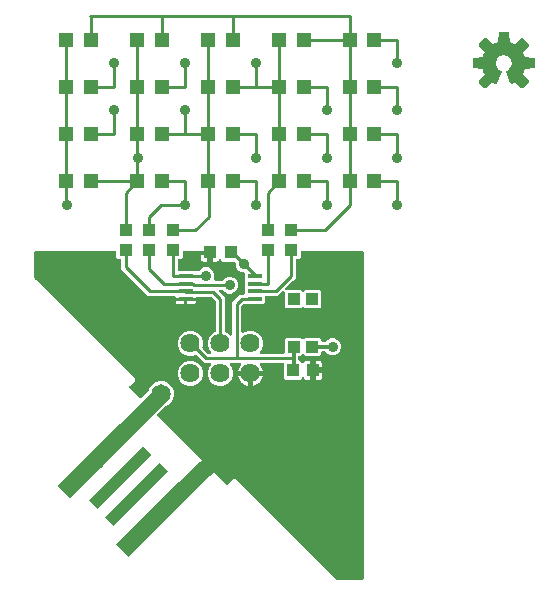
<source format=gbr>
G04 EAGLE Gerber RS-274X export*
G75*
%MOMM*%
%FSLAX34Y34*%
%LPD*%
%INTop Copper*%
%IPPOS*%
%AMOC8*
5,1,8,0,0,1.08239X$1,22.5*%
G01*
%ADD10R,1.050000X1.080000*%
%ADD11R,1.200000X0.350000*%
%ADD12R,1.000000X1.000000*%
%ADD13R,1.000000X1.100000*%
%ADD14C,1.625600*%
%ADD15R,7.500000X1.500000*%
%ADD16R,6.500000X1.000000*%
%ADD17R,1.200000X1.200000*%
%ADD18R,1.100000X1.000000*%
%ADD19C,0.254000*%
%ADD20C,0.304800*%
%ADD21C,0.904800*%
%ADD22C,1.422400*%
%ADD23C,1.650000*%

G36*
X280118Y2556D02*
X280118Y2556D01*
X280237Y2563D01*
X280275Y2576D01*
X280316Y2581D01*
X280426Y2624D01*
X280539Y2661D01*
X280574Y2683D01*
X280611Y2698D01*
X280707Y2767D01*
X280808Y2831D01*
X280836Y2861D01*
X280869Y2884D01*
X280945Y2976D01*
X281026Y3063D01*
X281046Y3098D01*
X281071Y3129D01*
X281122Y3237D01*
X281180Y3341D01*
X281190Y3381D01*
X281207Y3417D01*
X281229Y3534D01*
X281259Y3649D01*
X281263Y3709D01*
X281267Y3729D01*
X281265Y3750D01*
X281269Y3810D01*
X281269Y280000D01*
X281254Y280118D01*
X281247Y280237D01*
X281234Y280275D01*
X281229Y280316D01*
X281186Y280426D01*
X281149Y280539D01*
X281127Y280574D01*
X281112Y280611D01*
X281043Y280707D01*
X280979Y280808D01*
X280949Y280836D01*
X280926Y280869D01*
X280834Y280945D01*
X280747Y281026D01*
X280712Y281046D01*
X280681Y281071D01*
X280573Y281122D01*
X280469Y281180D01*
X280429Y281190D01*
X280393Y281207D01*
X280276Y281229D01*
X280161Y281259D01*
X280101Y281263D01*
X280081Y281267D01*
X280060Y281265D01*
X280000Y281269D01*
X229310Y281269D01*
X229192Y281254D01*
X229073Y281247D01*
X229035Y281234D01*
X228994Y281229D01*
X228884Y281186D01*
X228771Y281149D01*
X228736Y281127D01*
X228699Y281112D01*
X228603Y281043D01*
X228502Y280979D01*
X228474Y280949D01*
X228441Y280926D01*
X228365Y280834D01*
X228284Y280747D01*
X228264Y280712D01*
X228239Y280681D01*
X228188Y280573D01*
X228130Y280469D01*
X228120Y280429D01*
X228103Y280393D01*
X228081Y280276D01*
X228051Y280161D01*
X228047Y280101D01*
X228043Y280081D01*
X228045Y280060D01*
X228041Y280000D01*
X228041Y275448D01*
X226552Y273959D01*
X225080Y273959D01*
X224962Y273944D01*
X224843Y273937D01*
X224805Y273924D01*
X224764Y273919D01*
X224654Y273876D01*
X224541Y273839D01*
X224506Y273817D01*
X224469Y273802D01*
X224373Y273733D01*
X224272Y273669D01*
X224244Y273639D01*
X224211Y273616D01*
X224135Y273524D01*
X224054Y273437D01*
X224034Y273402D01*
X224009Y273371D01*
X223958Y273263D01*
X223900Y273159D01*
X223890Y273119D01*
X223873Y273083D01*
X223851Y272966D01*
X223821Y272851D01*
X223817Y272791D01*
X223813Y272771D01*
X223815Y272750D01*
X223811Y272690D01*
X223811Y258422D01*
X221207Y255818D01*
X215097Y249707D01*
X215011Y249598D01*
X214923Y249491D01*
X214914Y249472D01*
X214902Y249456D01*
X214846Y249328D01*
X214787Y249203D01*
X214783Y249183D01*
X214775Y249164D01*
X214753Y249026D01*
X214727Y248890D01*
X214729Y248870D01*
X214726Y248850D01*
X214739Y248711D01*
X214747Y248573D01*
X214753Y248554D01*
X214755Y248534D01*
X214803Y248402D01*
X214845Y248271D01*
X214856Y248253D01*
X214863Y248234D01*
X214941Y248119D01*
X215015Y248002D01*
X215030Y247988D01*
X215042Y247971D01*
X215146Y247879D01*
X215247Y247784D01*
X215265Y247774D01*
X215280Y247761D01*
X215404Y247697D01*
X215526Y247630D01*
X215545Y247625D01*
X215563Y247616D01*
X215699Y247586D01*
X215833Y247551D01*
X215862Y247549D01*
X215873Y247546D01*
X215894Y247547D01*
X215994Y247541D01*
X228052Y247541D01*
X229102Y246491D01*
X229197Y246418D01*
X229286Y246339D01*
X229322Y246320D01*
X229354Y246296D01*
X229463Y246248D01*
X229569Y246194D01*
X229608Y246185D01*
X229646Y246169D01*
X229763Y246151D01*
X229879Y246125D01*
X229920Y246126D01*
X229960Y246120D01*
X230078Y246131D01*
X230197Y246134D01*
X230236Y246146D01*
X230276Y246149D01*
X230389Y246190D01*
X230503Y246223D01*
X230537Y246243D01*
X230576Y246257D01*
X230674Y246324D01*
X230777Y246384D01*
X230822Y246424D01*
X230839Y246436D01*
X230852Y246451D01*
X230897Y246491D01*
X231948Y247541D01*
X244052Y247541D01*
X245541Y246052D01*
X245541Y233948D01*
X244052Y232459D01*
X231948Y232459D01*
X230897Y233509D01*
X230803Y233582D01*
X230714Y233661D01*
X230678Y233679D01*
X230646Y233704D01*
X230537Y233752D01*
X230431Y233806D01*
X230392Y233815D01*
X230354Y233831D01*
X230237Y233849D01*
X230121Y233875D01*
X230080Y233874D01*
X230040Y233880D01*
X229922Y233869D01*
X229803Y233866D01*
X229764Y233854D01*
X229724Y233851D01*
X229612Y233810D01*
X229497Y233777D01*
X229462Y233757D01*
X229424Y233743D01*
X229326Y233676D01*
X229223Y233616D01*
X229178Y233576D01*
X229161Y233564D01*
X229148Y233549D01*
X229102Y233509D01*
X228052Y232459D01*
X215948Y232459D01*
X214459Y233948D01*
X214459Y246006D01*
X214442Y246143D01*
X214429Y246282D01*
X214422Y246301D01*
X214419Y246321D01*
X214368Y246450D01*
X214321Y246581D01*
X214310Y246598D01*
X214302Y246617D01*
X214221Y246730D01*
X214143Y246845D01*
X214127Y246858D01*
X214116Y246874D01*
X214008Y246963D01*
X213904Y247055D01*
X213886Y247064D01*
X213871Y247077D01*
X213745Y247136D01*
X213621Y247200D01*
X213601Y247204D01*
X213583Y247213D01*
X213447Y247239D01*
X213311Y247269D01*
X213290Y247269D01*
X213271Y247273D01*
X213132Y247264D01*
X212993Y247260D01*
X212973Y247254D01*
X212953Y247253D01*
X212821Y247210D01*
X212687Y247171D01*
X212670Y247161D01*
X212651Y247155D01*
X212533Y247080D01*
X212413Y247010D01*
X212392Y246991D01*
X212382Y246985D01*
X212368Y246970D01*
X212293Y246903D01*
X208328Y242939D01*
X199060Y242939D01*
X198942Y242924D01*
X198823Y242917D01*
X198785Y242904D01*
X198744Y242899D01*
X198634Y242856D01*
X198521Y242819D01*
X198486Y242797D01*
X198449Y242782D01*
X198353Y242713D01*
X198252Y242649D01*
X198224Y242619D01*
X198191Y242596D01*
X198115Y242504D01*
X198034Y242417D01*
X198014Y242382D01*
X197989Y242351D01*
X197938Y242243D01*
X197880Y242139D01*
X197870Y242099D01*
X197853Y242063D01*
X197831Y241946D01*
X197801Y241831D01*
X197797Y241771D01*
X197793Y241751D01*
X197795Y241730D01*
X197791Y241670D01*
X197791Y237448D01*
X196302Y235959D01*
X182165Y235959D01*
X182136Y235975D01*
X182088Y236012D01*
X181997Y236052D01*
X181910Y236100D01*
X181852Y236115D01*
X181796Y236139D01*
X181698Y236154D01*
X181603Y236179D01*
X181502Y236185D01*
X181482Y236189D01*
X181470Y236187D01*
X181442Y236189D01*
X180104Y236189D01*
X180006Y236177D01*
X179907Y236174D01*
X179849Y236157D01*
X179789Y236149D01*
X179697Y236113D01*
X179601Y236085D01*
X179549Y236055D01*
X179493Y236032D01*
X179413Y235974D01*
X179328Y235924D01*
X179252Y235858D01*
X179236Y235846D01*
X179228Y235836D01*
X179207Y235818D01*
X178182Y234793D01*
X178122Y234715D01*
X178054Y234643D01*
X178025Y234590D01*
X177988Y234542D01*
X177948Y234451D01*
X177900Y234364D01*
X177885Y234306D01*
X177861Y234250D01*
X177846Y234152D01*
X177821Y234056D01*
X177815Y233956D01*
X177811Y233936D01*
X177813Y233924D01*
X177811Y233896D01*
X177811Y213004D01*
X177817Y212954D01*
X177815Y212905D01*
X177837Y212797D01*
X177851Y212688D01*
X177869Y212642D01*
X177879Y212593D01*
X177927Y212495D01*
X177968Y212393D01*
X177997Y212352D01*
X178019Y212308D01*
X178090Y212224D01*
X178154Y212135D01*
X178193Y212103D01*
X178225Y212066D01*
X178315Y212002D01*
X178399Y211932D01*
X178444Y211911D01*
X178485Y211883D01*
X178588Y211844D01*
X178687Y211797D01*
X178736Y211788D01*
X178782Y211770D01*
X178892Y211758D01*
X178999Y211737D01*
X179049Y211740D01*
X179098Y211735D01*
X179207Y211750D01*
X179317Y211757D01*
X179364Y211772D01*
X179413Y211779D01*
X179566Y211831D01*
X183278Y213369D01*
X187522Y213369D01*
X191443Y211745D01*
X194445Y208743D01*
X196069Y204822D01*
X196069Y200578D01*
X194445Y196657D01*
X193765Y195977D01*
X193680Y195868D01*
X193591Y195761D01*
X193583Y195742D01*
X193570Y195726D01*
X193515Y195598D01*
X193456Y195473D01*
X193452Y195453D01*
X193444Y195434D01*
X193422Y195296D01*
X193396Y195160D01*
X193397Y195140D01*
X193394Y195120D01*
X193407Y194981D01*
X193416Y194843D01*
X193422Y194824D01*
X193424Y194804D01*
X193471Y194672D01*
X193514Y194541D01*
X193525Y194523D01*
X193532Y194504D01*
X193610Y194390D01*
X193684Y194272D01*
X193699Y194258D01*
X193710Y194241D01*
X193814Y194149D01*
X193916Y194054D01*
X193933Y194044D01*
X193949Y194031D01*
X194072Y193968D01*
X194194Y193900D01*
X194214Y193895D01*
X194232Y193886D01*
X194368Y193856D01*
X194502Y193821D01*
X194530Y193819D01*
X194542Y193816D01*
X194563Y193817D01*
X194663Y193811D01*
X213190Y193811D01*
X213308Y193826D01*
X213427Y193833D01*
X213465Y193846D01*
X213506Y193851D01*
X213616Y193894D01*
X213729Y193931D01*
X213764Y193953D01*
X213801Y193968D01*
X213897Y194037D01*
X213998Y194101D01*
X214026Y194131D01*
X214059Y194154D01*
X214135Y194246D01*
X214216Y194333D01*
X214236Y194368D01*
X214261Y194399D01*
X214312Y194507D01*
X214370Y194611D01*
X214380Y194651D01*
X214397Y194687D01*
X214419Y194804D01*
X214449Y194919D01*
X214453Y194979D01*
X214457Y194999D01*
X214455Y195020D01*
X214459Y195080D01*
X214459Y206052D01*
X215948Y207541D01*
X228052Y207541D01*
X229103Y206491D01*
X229197Y206418D01*
X229286Y206339D01*
X229322Y206321D01*
X229354Y206296D01*
X229463Y206248D01*
X229569Y206194D01*
X229608Y206185D01*
X229646Y206169D01*
X229763Y206151D01*
X229879Y206125D01*
X229920Y206126D01*
X229960Y206120D01*
X230078Y206131D01*
X230197Y206134D01*
X230236Y206146D01*
X230276Y206149D01*
X230388Y206190D01*
X230503Y206223D01*
X230538Y206243D01*
X230576Y206257D01*
X230674Y206324D01*
X230777Y206384D01*
X230822Y206424D01*
X230839Y206436D01*
X230852Y206451D01*
X230898Y206491D01*
X231948Y207541D01*
X244052Y207541D01*
X245541Y206052D01*
X245541Y205334D01*
X245556Y205216D01*
X245563Y205097D01*
X245576Y205059D01*
X245581Y205018D01*
X245624Y204908D01*
X245661Y204795D01*
X245683Y204760D01*
X245698Y204723D01*
X245767Y204627D01*
X245831Y204526D01*
X245861Y204498D01*
X245884Y204465D01*
X245976Y204389D01*
X246063Y204308D01*
X246098Y204288D01*
X246129Y204263D01*
X246237Y204212D01*
X246341Y204154D01*
X246381Y204144D01*
X246417Y204127D01*
X246534Y204105D01*
X246649Y204075D01*
X246709Y204071D01*
X246729Y204067D01*
X246750Y204069D01*
X246810Y204065D01*
X248548Y204065D01*
X248646Y204077D01*
X248745Y204080D01*
X248803Y204097D01*
X248863Y204105D01*
X248956Y204141D01*
X249051Y204169D01*
X249103Y204199D01*
X249159Y204222D01*
X249239Y204280D01*
X249325Y204330D01*
X249400Y204396D01*
X249417Y204408D01*
X249424Y204418D01*
X249445Y204436D01*
X250998Y205989D01*
X253595Y207065D01*
X256405Y207065D01*
X259002Y205989D01*
X260989Y204002D01*
X262065Y201405D01*
X262065Y198595D01*
X260989Y195998D01*
X259002Y194011D01*
X256405Y192935D01*
X253595Y192935D01*
X250998Y194011D01*
X249445Y195564D01*
X249367Y195624D01*
X249295Y195692D01*
X249242Y195721D01*
X249194Y195758D01*
X249103Y195798D01*
X249017Y195846D01*
X248958Y195861D01*
X248902Y195885D01*
X248804Y195900D01*
X248709Y195925D01*
X248609Y195931D01*
X248588Y195935D01*
X248576Y195933D01*
X248548Y195935D01*
X246810Y195935D01*
X246692Y195920D01*
X246573Y195913D01*
X246535Y195900D01*
X246494Y195895D01*
X246384Y195852D01*
X246271Y195815D01*
X246236Y195793D01*
X246199Y195778D01*
X246103Y195709D01*
X246002Y195645D01*
X245974Y195615D01*
X245941Y195592D01*
X245865Y195500D01*
X245784Y195413D01*
X245764Y195378D01*
X245739Y195347D01*
X245688Y195239D01*
X245630Y195135D01*
X245620Y195095D01*
X245603Y195059D01*
X245581Y194942D01*
X245551Y194827D01*
X245547Y194767D01*
X245543Y194747D01*
X245545Y194726D01*
X245541Y194666D01*
X245541Y193948D01*
X244052Y192459D01*
X231948Y192459D01*
X230898Y193509D01*
X230803Y193582D01*
X230714Y193661D01*
X230678Y193680D01*
X230646Y193704D01*
X230537Y193752D01*
X230431Y193806D01*
X230392Y193815D01*
X230354Y193831D01*
X230237Y193849D01*
X230121Y193875D01*
X230080Y193874D01*
X230040Y193880D01*
X229922Y193869D01*
X229803Y193866D01*
X229764Y193854D01*
X229724Y193851D01*
X229611Y193810D01*
X229497Y193777D01*
X229463Y193757D01*
X229424Y193743D01*
X229326Y193676D01*
X229223Y193616D01*
X229178Y193576D01*
X229161Y193564D01*
X229148Y193549D01*
X229103Y193509D01*
X228052Y192459D01*
X227334Y192459D01*
X227216Y192444D01*
X227097Y192437D01*
X227059Y192424D01*
X227018Y192419D01*
X226908Y192376D01*
X226795Y192339D01*
X226760Y192317D01*
X226723Y192302D01*
X226627Y192233D01*
X226526Y192169D01*
X226498Y192139D01*
X226465Y192116D01*
X226389Y192024D01*
X226308Y191937D01*
X226288Y191902D01*
X226263Y191871D01*
X226212Y191763D01*
X226154Y191659D01*
X226144Y191619D01*
X226127Y191583D01*
X226105Y191466D01*
X226075Y191351D01*
X226071Y191291D01*
X226067Y191271D01*
X226069Y191250D01*
X226065Y191190D01*
X226065Y189310D01*
X226080Y189192D01*
X226087Y189073D01*
X226100Y189035D01*
X226105Y188994D01*
X226148Y188884D01*
X226185Y188771D01*
X226207Y188736D01*
X226222Y188699D01*
X226292Y188602D01*
X226355Y188502D01*
X226385Y188474D01*
X226408Y188441D01*
X226500Y188365D01*
X226587Y188284D01*
X226622Y188264D01*
X226653Y188239D01*
X226761Y188188D01*
X226865Y188130D01*
X226905Y188120D01*
X226941Y188103D01*
X227058Y188081D01*
X227173Y188051D01*
X227233Y188047D01*
X227253Y188043D01*
X227274Y188045D01*
X227334Y188041D01*
X227552Y188041D01*
X229223Y186370D01*
X229323Y186293D01*
X229418Y186210D01*
X229448Y186195D01*
X229475Y186175D01*
X229590Y186125D01*
X229703Y186069D01*
X229736Y186062D01*
X229767Y186048D01*
X229891Y186029D01*
X230014Y186002D01*
X230047Y186004D01*
X230081Y185999D01*
X230206Y186010D01*
X230331Y186016D01*
X230364Y186025D01*
X230397Y186028D01*
X230516Y186071D01*
X230636Y186107D01*
X230665Y186125D01*
X230697Y186136D01*
X230800Y186207D01*
X230908Y186272D01*
X230932Y186296D01*
X230960Y186315D01*
X231043Y186409D01*
X231131Y186499D01*
X231158Y186539D01*
X231170Y186553D01*
X231180Y186572D01*
X231220Y186633D01*
X231467Y187060D01*
X231940Y187533D01*
X232519Y187868D01*
X233166Y188041D01*
X236001Y188041D01*
X236001Y181230D01*
X236016Y181112D01*
X236023Y180993D01*
X236035Y180955D01*
X236041Y180915D01*
X236084Y180804D01*
X236121Y180691D01*
X236143Y180657D01*
X236158Y180619D01*
X236227Y180523D01*
X236291Y180422D01*
X236321Y180394D01*
X236344Y180362D01*
X236436Y180286D01*
X236523Y180204D01*
X236558Y180185D01*
X236589Y180159D01*
X236697Y180108D01*
X236801Y180051D01*
X236841Y180041D01*
X236877Y180023D01*
X236984Y180003D01*
X236954Y179999D01*
X236844Y179955D01*
X236731Y179919D01*
X236696Y179897D01*
X236659Y179882D01*
X236562Y179812D01*
X236462Y179749D01*
X236434Y179719D01*
X236401Y179695D01*
X236325Y179604D01*
X236244Y179517D01*
X236224Y179482D01*
X236199Y179450D01*
X236148Y179343D01*
X236090Y179238D01*
X236080Y179199D01*
X236063Y179163D01*
X236041Y179046D01*
X236011Y178930D01*
X236007Y178870D01*
X236003Y178850D01*
X236005Y178830D01*
X236001Y178770D01*
X236001Y171959D01*
X233166Y171959D01*
X232519Y172132D01*
X231940Y172467D01*
X231467Y172940D01*
X231220Y173367D01*
X231144Y173468D01*
X231074Y173572D01*
X231048Y173594D01*
X231028Y173621D01*
X230929Y173699D01*
X230835Y173782D01*
X230805Y173797D01*
X230779Y173818D01*
X230664Y173870D01*
X230552Y173927D01*
X230519Y173934D01*
X230488Y173948D01*
X230364Y173969D01*
X230242Y173996D01*
X230208Y173995D01*
X230175Y174001D01*
X230049Y173990D01*
X229924Y173987D01*
X229891Y173977D01*
X229858Y173974D01*
X229739Y173933D01*
X229618Y173898D01*
X229589Y173881D01*
X229557Y173870D01*
X229452Y173800D01*
X229344Y173737D01*
X229308Y173704D01*
X229292Y173694D01*
X229278Y173678D01*
X229223Y173630D01*
X227552Y171959D01*
X215448Y171959D01*
X213959Y173448D01*
X213959Y184920D01*
X213944Y185038D01*
X213937Y185157D01*
X213924Y185195D01*
X213919Y185236D01*
X213876Y185346D01*
X213839Y185459D01*
X213817Y185494D01*
X213802Y185531D01*
X213733Y185627D01*
X213669Y185728D01*
X213639Y185756D01*
X213616Y185789D01*
X213524Y185865D01*
X213437Y185946D01*
X213402Y185966D01*
X213371Y185991D01*
X213263Y186042D01*
X213159Y186100D01*
X213119Y186110D01*
X213083Y186127D01*
X212966Y186149D01*
X212851Y186179D01*
X212791Y186183D01*
X212771Y186187D01*
X212750Y186185D01*
X212690Y186189D01*
X194620Y186189D01*
X194580Y186184D01*
X194541Y186187D01*
X194423Y186164D01*
X194304Y186149D01*
X194267Y186135D01*
X194228Y186127D01*
X194120Y186076D01*
X194009Y186032D01*
X193977Y186009D01*
X193940Y185992D01*
X193848Y185916D01*
X193751Y185846D01*
X193726Y185815D01*
X193695Y185790D01*
X193625Y185693D01*
X193549Y185601D01*
X193532Y185565D01*
X193508Y185532D01*
X193464Y185421D01*
X193413Y185313D01*
X193406Y185274D01*
X193391Y185237D01*
X193376Y185118D01*
X193353Y185001D01*
X193356Y184961D01*
X193351Y184921D01*
X193366Y184802D01*
X193373Y184683D01*
X193385Y184645D01*
X193390Y184606D01*
X193434Y184494D01*
X193471Y184381D01*
X193492Y184347D01*
X193507Y184310D01*
X193593Y184174D01*
X194525Y182892D01*
X195287Y181395D01*
X195806Y179798D01*
X195845Y179549D01*
X186380Y179549D01*
X186262Y179534D01*
X186143Y179527D01*
X186105Y179514D01*
X186065Y179509D01*
X185954Y179466D01*
X185841Y179429D01*
X185807Y179407D01*
X185769Y179392D01*
X185673Y179323D01*
X185572Y179259D01*
X185544Y179229D01*
X185512Y179206D01*
X185436Y179114D01*
X185404Y179080D01*
X185399Y179088D01*
X185369Y179116D01*
X185345Y179149D01*
X185254Y179225D01*
X185167Y179306D01*
X185132Y179326D01*
X185100Y179351D01*
X184993Y179402D01*
X184888Y179460D01*
X184849Y179470D01*
X184813Y179487D01*
X184696Y179509D01*
X184580Y179539D01*
X184520Y179543D01*
X184500Y179547D01*
X184480Y179545D01*
X184420Y179549D01*
X174955Y179549D01*
X174994Y179798D01*
X175513Y181395D01*
X176275Y182892D01*
X177207Y184174D01*
X177226Y184209D01*
X177251Y184239D01*
X177302Y184348D01*
X177360Y184453D01*
X177370Y184491D01*
X177387Y184527D01*
X177409Y184644D01*
X177439Y184761D01*
X177439Y184801D01*
X177447Y184840D01*
X177439Y184959D01*
X177439Y185079D01*
X177430Y185117D01*
X177427Y185157D01*
X177390Y185271D01*
X177360Y185387D01*
X177341Y185422D01*
X177329Y185459D01*
X177265Y185561D01*
X177207Y185666D01*
X177180Y185695D01*
X177159Y185728D01*
X177072Y185810D01*
X176990Y185897D01*
X176956Y185919D01*
X176927Y185946D01*
X176823Y186004D01*
X176721Y186068D01*
X176683Y186080D01*
X176649Y186100D01*
X176533Y186129D01*
X176419Y186167D01*
X176379Y186169D01*
X176341Y186179D01*
X176180Y186189D01*
X169263Y186189D01*
X169125Y186172D01*
X168986Y186159D01*
X168967Y186152D01*
X168947Y186149D01*
X168818Y186098D01*
X168687Y186051D01*
X168670Y186040D01*
X168652Y186032D01*
X168539Y185951D01*
X168424Y185873D01*
X168411Y185857D01*
X168394Y185846D01*
X168305Y185738D01*
X168214Y185634D01*
X168204Y185616D01*
X168191Y185601D01*
X168132Y185475D01*
X168069Y185351D01*
X168065Y185331D01*
X168056Y185313D01*
X168030Y185176D01*
X167999Y185041D01*
X168000Y185020D01*
X167996Y185001D01*
X168005Y184862D01*
X168009Y184723D01*
X168015Y184703D01*
X168016Y184683D01*
X168059Y184551D01*
X168097Y184417D01*
X168108Y184400D01*
X168114Y184381D01*
X168188Y184263D01*
X168259Y184143D01*
X168278Y184122D01*
X168284Y184112D01*
X168299Y184098D01*
X168365Y184023D01*
X169045Y183343D01*
X170669Y179422D01*
X170669Y175178D01*
X169045Y171257D01*
X166043Y168255D01*
X162122Y166631D01*
X157878Y166631D01*
X153957Y168255D01*
X150955Y171257D01*
X149331Y175178D01*
X149331Y179422D01*
X150955Y183343D01*
X151635Y184023D01*
X151720Y184132D01*
X151809Y184239D01*
X151817Y184258D01*
X151830Y184274D01*
X151885Y184402D01*
X151944Y184527D01*
X151948Y184547D01*
X151956Y184566D01*
X151978Y184704D01*
X152004Y184840D01*
X152003Y184860D01*
X152006Y184880D01*
X151993Y185019D01*
X151984Y185157D01*
X151978Y185176D01*
X151976Y185196D01*
X151929Y185327D01*
X151886Y185459D01*
X151875Y185477D01*
X151868Y185496D01*
X151790Y185610D01*
X151716Y185728D01*
X151701Y185742D01*
X151690Y185759D01*
X151586Y185851D01*
X151484Y185946D01*
X151467Y185956D01*
X151451Y185969D01*
X151328Y186032D01*
X151206Y186100D01*
X151186Y186105D01*
X151168Y186114D01*
X151032Y186144D01*
X150898Y186179D01*
X150870Y186181D01*
X150858Y186184D01*
X150837Y186183D01*
X150737Y186189D01*
X146422Y186189D01*
X140049Y192561D01*
X140026Y192580D01*
X140007Y192602D01*
X139949Y192643D01*
X139904Y192685D01*
X139856Y192712D01*
X139798Y192756D01*
X139771Y192768D01*
X139747Y192785D01*
X139669Y192815D01*
X139625Y192839D01*
X139583Y192850D01*
X139506Y192883D01*
X139477Y192887D01*
X139450Y192898D01*
X139355Y192908D01*
X139318Y192918D01*
X139261Y192922D01*
X139192Y192933D01*
X139163Y192930D01*
X139133Y192933D01*
X139005Y192915D01*
X138876Y192903D01*
X138848Y192893D01*
X138819Y192889D01*
X138666Y192837D01*
X136722Y192031D01*
X132478Y192031D01*
X128557Y193655D01*
X125555Y196657D01*
X123931Y200578D01*
X123931Y204822D01*
X125555Y208743D01*
X128557Y211745D01*
X132478Y213369D01*
X136722Y213369D01*
X140643Y211745D01*
X143645Y208743D01*
X145269Y204822D01*
X145269Y200578D01*
X144874Y199624D01*
X144866Y199595D01*
X144852Y199569D01*
X144824Y199442D01*
X144790Y199317D01*
X144789Y199287D01*
X144783Y199259D01*
X144787Y199129D01*
X144785Y198999D01*
X144791Y198970D01*
X144792Y198941D01*
X144828Y198816D01*
X144859Y198690D01*
X144873Y198664D01*
X144881Y198635D01*
X144947Y198524D01*
X145007Y198409D01*
X145027Y198387D01*
X145042Y198361D01*
X145149Y198241D01*
X149207Y194182D01*
X149285Y194122D01*
X149357Y194054D01*
X149410Y194025D01*
X149458Y193988D01*
X149549Y193948D01*
X149636Y193900D01*
X149694Y193885D01*
X149750Y193861D01*
X149848Y193846D01*
X149944Y193821D01*
X150044Y193815D01*
X150064Y193811D01*
X150076Y193813D01*
X150104Y193811D01*
X150737Y193811D01*
X150875Y193828D01*
X151014Y193841D01*
X151033Y193848D01*
X151053Y193851D01*
X151182Y193902D01*
X151313Y193949D01*
X151330Y193960D01*
X151348Y193968D01*
X151461Y194049D01*
X151576Y194127D01*
X151589Y194143D01*
X151606Y194154D01*
X151695Y194262D01*
X151786Y194366D01*
X151796Y194384D01*
X151809Y194399D01*
X151868Y194525D01*
X151931Y194649D01*
X151935Y194669D01*
X151944Y194687D01*
X151970Y194824D01*
X152001Y194959D01*
X152000Y194980D01*
X152004Y194999D01*
X151995Y195138D01*
X151991Y195277D01*
X151985Y195297D01*
X151984Y195317D01*
X151941Y195449D01*
X151903Y195583D01*
X151892Y195600D01*
X151886Y195619D01*
X151812Y195737D01*
X151741Y195857D01*
X151722Y195878D01*
X151716Y195888D01*
X151701Y195902D01*
X151635Y195977D01*
X150955Y196657D01*
X149331Y200578D01*
X149331Y204822D01*
X150955Y208743D01*
X153957Y211745D01*
X155406Y212345D01*
X155431Y212359D01*
X155459Y212368D01*
X155569Y212438D01*
X155682Y212502D01*
X155703Y212523D01*
X155728Y212539D01*
X155817Y212633D01*
X155910Y212724D01*
X155926Y212749D01*
X155946Y212770D01*
X156009Y212884D01*
X156077Y212995D01*
X156085Y213023D01*
X156100Y213049D01*
X156132Y213175D01*
X156170Y213299D01*
X156172Y213328D01*
X156179Y213357D01*
X156189Y213517D01*
X156189Y237896D01*
X156177Y237994D01*
X156174Y238093D01*
X156157Y238151D01*
X156149Y238211D01*
X156113Y238303D01*
X156085Y238399D01*
X156055Y238451D01*
X156032Y238507D01*
X155974Y238587D01*
X155924Y238672D01*
X155858Y238748D01*
X155846Y238764D01*
X155836Y238772D01*
X155818Y238793D01*
X152793Y241818D01*
X152715Y241878D01*
X152643Y241946D01*
X152590Y241975D01*
X152542Y242012D01*
X152451Y242052D01*
X152364Y242100D01*
X152306Y242115D01*
X152250Y242139D01*
X152152Y242154D01*
X152056Y242179D01*
X151956Y242185D01*
X151936Y242189D01*
X151924Y242187D01*
X151896Y242189D01*
X140560Y242189D01*
X140442Y242174D01*
X140323Y242167D01*
X140285Y242154D01*
X140244Y242149D01*
X140134Y242106D01*
X140021Y242069D01*
X139986Y242047D01*
X139949Y242032D01*
X139853Y241963D01*
X139752Y241899D01*
X139724Y241869D01*
X139691Y241846D01*
X139615Y241754D01*
X139534Y241667D01*
X139514Y241632D01*
X139489Y241601D01*
X139450Y241519D01*
X130750Y241519D01*
X122209Y241519D01*
X122209Y241670D01*
X122194Y241788D01*
X122187Y241907D01*
X122174Y241945D01*
X122169Y241986D01*
X122126Y242096D01*
X122089Y242209D01*
X122067Y242244D01*
X122052Y242281D01*
X121983Y242377D01*
X121919Y242478D01*
X121889Y242506D01*
X121866Y242539D01*
X121774Y242615D01*
X121687Y242696D01*
X121652Y242716D01*
X121621Y242741D01*
X121513Y242792D01*
X121409Y242850D01*
X121369Y242860D01*
X121333Y242877D01*
X121216Y242899D01*
X121101Y242929D01*
X121041Y242933D01*
X121021Y242937D01*
X121000Y242935D01*
X120940Y242939D01*
X98684Y242939D01*
X76189Y265434D01*
X76189Y272690D01*
X76174Y272808D01*
X76167Y272927D01*
X76154Y272965D01*
X76149Y273006D01*
X76106Y273116D01*
X76069Y273229D01*
X76047Y273264D01*
X76032Y273301D01*
X75963Y273397D01*
X75899Y273498D01*
X75869Y273526D01*
X75846Y273559D01*
X75754Y273635D01*
X75667Y273716D01*
X75632Y273736D01*
X75601Y273761D01*
X75493Y273812D01*
X75389Y273870D01*
X75349Y273880D01*
X75313Y273897D01*
X75196Y273919D01*
X75081Y273949D01*
X75021Y273953D01*
X75001Y273957D01*
X74980Y273955D01*
X74920Y273959D01*
X73448Y273959D01*
X71959Y275448D01*
X71959Y280000D01*
X71944Y280118D01*
X71937Y280237D01*
X71924Y280275D01*
X71919Y280316D01*
X71876Y280426D01*
X71839Y280539D01*
X71817Y280574D01*
X71802Y280611D01*
X71733Y280707D01*
X71669Y280808D01*
X71639Y280836D01*
X71616Y280869D01*
X71524Y280945D01*
X71437Y281026D01*
X71402Y281046D01*
X71371Y281071D01*
X71263Y281122D01*
X71159Y281180D01*
X71119Y281190D01*
X71083Y281207D01*
X70966Y281229D01*
X70851Y281259D01*
X70791Y281263D01*
X70771Y281267D01*
X70750Y281265D01*
X70690Y281269D01*
X3810Y281269D01*
X3692Y281254D01*
X3573Y281247D01*
X3535Y281234D01*
X3494Y281229D01*
X3384Y281186D01*
X3271Y281149D01*
X3236Y281127D01*
X3199Y281112D01*
X3103Y281043D01*
X3002Y280979D01*
X2974Y280949D01*
X2941Y280926D01*
X2865Y280834D01*
X2784Y280747D01*
X2764Y280712D01*
X2739Y280681D01*
X2688Y280573D01*
X2630Y280469D01*
X2620Y280429D01*
X2603Y280393D01*
X2581Y280276D01*
X2551Y280161D01*
X2547Y280101D01*
X2543Y280081D01*
X2545Y280060D01*
X2541Y280000D01*
X2541Y258578D01*
X2553Y258480D01*
X2556Y258381D01*
X2573Y258323D01*
X2581Y258263D01*
X2617Y258171D01*
X2645Y258075D01*
X2675Y258023D01*
X2698Y257967D01*
X2756Y257887D01*
X2806Y257801D01*
X2872Y257726D01*
X2884Y257710D01*
X2894Y257702D01*
X2912Y257681D01*
X87541Y173052D01*
X87541Y170948D01*
X85681Y169088D01*
X83297Y166703D01*
X83224Y166609D01*
X83145Y166520D01*
X83126Y166484D01*
X83102Y166452D01*
X83054Y166343D01*
X83000Y166237D01*
X82991Y166197D01*
X82975Y166160D01*
X82957Y166043D01*
X82931Y165927D01*
X82932Y165886D01*
X82925Y165846D01*
X82937Y165728D01*
X82940Y165609D01*
X82951Y165570D01*
X82955Y165530D01*
X82996Y165417D01*
X83029Y165303D01*
X83049Y165268D01*
X83063Y165230D01*
X83130Y165132D01*
X83190Y165029D01*
X83230Y164984D01*
X83241Y164967D01*
X83257Y164954D01*
X83297Y164908D01*
X91424Y156781D01*
X91520Y156706D01*
X91612Y156626D01*
X91645Y156609D01*
X91675Y156586D01*
X91787Y156538D01*
X91896Y156483D01*
X91933Y156475D01*
X91967Y156460D01*
X92088Y156441D01*
X92206Y156415D01*
X92244Y156416D01*
X92281Y156410D01*
X92403Y156421D01*
X92524Y156426D01*
X92560Y156436D01*
X92598Y156440D01*
X92713Y156481D01*
X92829Y156515D01*
X92862Y156535D01*
X92897Y156547D01*
X92998Y156616D01*
X93103Y156678D01*
X93144Y156715D01*
X93160Y156726D01*
X93174Y156742D01*
X93223Y156785D01*
X99516Y163135D01*
X99520Y163140D01*
X99525Y163144D01*
X99618Y163267D01*
X99710Y163387D01*
X99713Y163393D01*
X99717Y163398D01*
X99788Y163543D01*
X100852Y166112D01*
X103888Y169148D01*
X107854Y170791D01*
X112146Y170791D01*
X116112Y169148D01*
X119148Y166112D01*
X120791Y162146D01*
X120791Y157854D01*
X119148Y153888D01*
X116112Y150852D01*
X113653Y149833D01*
X113643Y149827D01*
X113631Y149824D01*
X113505Y149749D01*
X113377Y149676D01*
X113368Y149667D01*
X113358Y149661D01*
X113238Y149554D01*
X106866Y143126D01*
X106795Y143034D01*
X106718Y142947D01*
X106699Y142908D01*
X106672Y142874D01*
X106627Y142767D01*
X106574Y142663D01*
X106564Y142621D01*
X106547Y142581D01*
X106530Y142466D01*
X106504Y142353D01*
X106505Y142310D01*
X106499Y142267D01*
X106510Y142151D01*
X106514Y142035D01*
X106526Y141994D01*
X106530Y141951D01*
X106570Y141841D01*
X106602Y141730D01*
X106624Y141692D01*
X106639Y141652D01*
X106705Y141556D01*
X106764Y141456D01*
X106807Y141407D01*
X106819Y141389D01*
X106833Y141376D01*
X106870Y141335D01*
X164908Y83297D01*
X165002Y83224D01*
X165092Y83145D01*
X165128Y83126D01*
X165160Y83102D01*
X165269Y83054D01*
X165375Y83000D01*
X165414Y82991D01*
X165452Y82975D01*
X165569Y82957D01*
X165685Y82931D01*
X165726Y82932D01*
X165766Y82925D01*
X165884Y82937D01*
X166003Y82940D01*
X166042Y82951D01*
X166082Y82955D01*
X166194Y82996D01*
X166309Y83029D01*
X166343Y83049D01*
X166382Y83063D01*
X166480Y83130D01*
X166583Y83190D01*
X166628Y83230D01*
X166645Y83241D01*
X166658Y83257D01*
X166703Y83297D01*
X169088Y85681D01*
X170948Y87541D01*
X173052Y87541D01*
X257681Y2912D01*
X257759Y2852D01*
X257831Y2784D01*
X257884Y2755D01*
X257932Y2718D01*
X258023Y2678D01*
X258110Y2630D01*
X258168Y2615D01*
X258224Y2591D01*
X258322Y2576D01*
X258417Y2551D01*
X258518Y2545D01*
X258538Y2541D01*
X258550Y2543D01*
X258578Y2541D01*
X280000Y2541D01*
X280118Y2556D01*
G37*
G36*
X384377Y418722D02*
X384377Y418722D01*
X384431Y418718D01*
X384534Y418736D01*
X384638Y418746D01*
X384690Y418765D01*
X384744Y418775D01*
X384839Y418818D01*
X384938Y418854D01*
X384983Y418885D01*
X385033Y418908D01*
X385164Y419001D01*
X390904Y423682D01*
X392736Y422738D01*
X392747Y422733D01*
X392758Y422727D01*
X392897Y422679D01*
X393034Y422629D01*
X393047Y422627D01*
X393059Y422623D01*
X393205Y422612D01*
X393351Y422597D01*
X393363Y422599D01*
X393376Y422598D01*
X393520Y422623D01*
X393665Y422645D01*
X393677Y422650D01*
X393689Y422653D01*
X393822Y422712D01*
X393958Y422770D01*
X393968Y422778D01*
X393979Y422783D01*
X394094Y422875D01*
X394210Y422964D01*
X394218Y422974D01*
X394227Y422982D01*
X394316Y423099D01*
X394406Y423214D01*
X394411Y423226D01*
X394419Y423236D01*
X394490Y423380D01*
X398135Y432180D01*
X398150Y432235D01*
X398173Y432287D01*
X398192Y432388D01*
X398219Y432487D01*
X398219Y432544D01*
X398230Y432600D01*
X398222Y432702D01*
X398224Y432805D01*
X398210Y432861D01*
X398206Y432917D01*
X398173Y433015D01*
X398149Y433114D01*
X398123Y433165D01*
X398105Y433219D01*
X398049Y433305D01*
X398001Y433395D01*
X397962Y433438D01*
X397931Y433485D01*
X397856Y433555D01*
X397787Y433631D01*
X397739Y433662D01*
X397697Y433701D01*
X397560Y433785D01*
X396298Y434460D01*
X395288Y435289D01*
X394685Y436024D01*
X394460Y436298D01*
X393844Y437450D01*
X393465Y438700D01*
X393338Y439997D01*
X393479Y441360D01*
X393894Y442664D01*
X394567Y443854D01*
X395469Y444883D01*
X396562Y445705D01*
X397800Y446287D01*
X399130Y446604D01*
X400498Y446642D01*
X401844Y446400D01*
X403112Y445889D01*
X404250Y445129D01*
X405208Y444152D01*
X405946Y443001D01*
X406434Y441723D01*
X406651Y440373D01*
X406587Y439006D01*
X406245Y437682D01*
X405640Y436455D01*
X404798Y435378D01*
X403753Y434495D01*
X402434Y433783D01*
X402390Y433751D01*
X402342Y433727D01*
X402262Y433659D01*
X402176Y433597D01*
X402141Y433556D01*
X402100Y433521D01*
X402039Y433435D01*
X401971Y433354D01*
X401948Y433305D01*
X401917Y433261D01*
X401879Y433162D01*
X401834Y433067D01*
X401823Y433014D01*
X401804Y432964D01*
X401792Y432859D01*
X401772Y432755D01*
X401775Y432701D01*
X401769Y432648D01*
X401784Y432543D01*
X401789Y432438D01*
X401806Y432386D01*
X401813Y432333D01*
X401865Y432180D01*
X405510Y423380D01*
X405517Y423369D01*
X405520Y423357D01*
X405595Y423231D01*
X405668Y423104D01*
X405677Y423095D01*
X405683Y423084D01*
X405787Y422981D01*
X405889Y422876D01*
X405900Y422869D01*
X405909Y422860D01*
X406035Y422786D01*
X406160Y422709D01*
X406172Y422706D01*
X406183Y422699D01*
X406324Y422659D01*
X406464Y422616D01*
X406477Y422615D01*
X406489Y422612D01*
X406636Y422608D01*
X406782Y422601D01*
X406794Y422603D01*
X406807Y422603D01*
X406949Y422635D01*
X407093Y422665D01*
X407105Y422671D01*
X407117Y422673D01*
X407264Y422738D01*
X409096Y423682D01*
X414836Y419001D01*
X414883Y418972D01*
X414924Y418936D01*
X415017Y418888D01*
X415106Y418833D01*
X415158Y418816D01*
X415207Y418791D01*
X415309Y418768D01*
X415409Y418737D01*
X415464Y418734D01*
X415517Y418722D01*
X415622Y418725D01*
X415726Y418719D01*
X415780Y418730D01*
X415835Y418731D01*
X415936Y418760D01*
X416038Y418781D01*
X416088Y418804D01*
X416141Y418820D01*
X416231Y418873D01*
X416325Y418918D01*
X416367Y418953D01*
X416415Y418981D01*
X416536Y419088D01*
X420913Y423465D01*
X420946Y423508D01*
X420987Y423545D01*
X421043Y423633D01*
X421107Y423716D01*
X421129Y423766D01*
X421159Y423813D01*
X421192Y423912D01*
X421234Y424008D01*
X421242Y424062D01*
X421260Y424114D01*
X421267Y424218D01*
X421284Y424322D01*
X421278Y424377D01*
X421282Y424431D01*
X421264Y424534D01*
X421254Y424638D01*
X421235Y424690D01*
X421225Y424744D01*
X421182Y424839D01*
X421146Y424938D01*
X421115Y424983D01*
X421092Y425033D01*
X420999Y425164D01*
X416318Y430904D01*
X417262Y432736D01*
X417270Y432759D01*
X417283Y432781D01*
X417342Y432930D01*
X417970Y434893D01*
X425339Y435642D01*
X425393Y435655D01*
X425448Y435658D01*
X425547Y435690D01*
X425649Y435714D01*
X425698Y435739D01*
X425750Y435756D01*
X425839Y435812D01*
X425932Y435860D01*
X425973Y435897D01*
X426019Y435926D01*
X426091Y436003D01*
X426169Y436072D01*
X426199Y436118D01*
X426237Y436158D01*
X426288Y436250D01*
X426346Y436336D01*
X426364Y436388D01*
X426391Y436436D01*
X426417Y436538D01*
X426451Y436636D01*
X426456Y436691D01*
X426470Y436744D01*
X426480Y436905D01*
X426480Y443095D01*
X426473Y443150D01*
X426476Y443205D01*
X426454Y443307D01*
X426440Y443411D01*
X426420Y443462D01*
X426409Y443516D01*
X426362Y443609D01*
X426323Y443706D01*
X426291Y443751D01*
X426266Y443800D01*
X426198Y443879D01*
X426137Y443964D01*
X426094Y443999D01*
X426058Y444040D01*
X425972Y444100D01*
X425892Y444166D01*
X425842Y444190D01*
X425797Y444221D01*
X425698Y444257D01*
X425604Y444302D01*
X425550Y444312D01*
X425498Y444331D01*
X425339Y444358D01*
X417970Y445107D01*
X417342Y447070D01*
X417332Y447092D01*
X417326Y447116D01*
X417262Y447264D01*
X416318Y449096D01*
X420999Y454836D01*
X421028Y454883D01*
X421064Y454924D01*
X421112Y455017D01*
X421167Y455106D01*
X421184Y455158D01*
X421209Y455207D01*
X421232Y455309D01*
X421263Y455409D01*
X421266Y455464D01*
X421279Y455517D01*
X421275Y455622D01*
X421281Y455726D01*
X421271Y455780D01*
X421269Y455835D01*
X421240Y455936D01*
X421220Y456038D01*
X421196Y456088D01*
X421180Y456141D01*
X421127Y456231D01*
X421082Y456325D01*
X421047Y456367D01*
X421019Y456415D01*
X420913Y456536D01*
X416536Y460913D01*
X416492Y460946D01*
X416455Y460987D01*
X416367Y461043D01*
X416284Y461107D01*
X416234Y461129D01*
X416187Y461159D01*
X416088Y461192D01*
X415992Y461234D01*
X415938Y461242D01*
X415886Y461260D01*
X415782Y461267D01*
X415678Y461284D01*
X415623Y461278D01*
X415569Y461282D01*
X415466Y461264D01*
X415362Y461254D01*
X415310Y461235D01*
X415256Y461225D01*
X415161Y461182D01*
X415062Y461146D01*
X415017Y461115D01*
X414967Y461092D01*
X414836Y460999D01*
X409096Y456318D01*
X407264Y457262D01*
X407241Y457270D01*
X407220Y457283D01*
X407070Y457342D01*
X405107Y457970D01*
X404358Y465339D01*
X404345Y465393D01*
X404342Y465448D01*
X404310Y465547D01*
X404286Y465649D01*
X404261Y465698D01*
X404244Y465750D01*
X404188Y465839D01*
X404140Y465932D01*
X404103Y465973D01*
X404074Y466019D01*
X403997Y466091D01*
X403928Y466169D01*
X403882Y466199D01*
X403842Y466237D01*
X403750Y466288D01*
X403664Y466346D01*
X403612Y466364D01*
X403564Y466391D01*
X403463Y466417D01*
X403364Y466451D01*
X403309Y466456D01*
X403256Y466470D01*
X403095Y466480D01*
X396905Y466480D01*
X396850Y466473D01*
X396795Y466476D01*
X396693Y466454D01*
X396589Y466440D01*
X396538Y466420D01*
X396485Y466409D01*
X396391Y466362D01*
X396294Y466323D01*
X396249Y466291D01*
X396200Y466266D01*
X396121Y466198D01*
X396036Y466137D01*
X396001Y466094D01*
X395960Y466058D01*
X395900Y465972D01*
X395834Y465892D01*
X395810Y465842D01*
X395779Y465797D01*
X395743Y465698D01*
X395698Y465604D01*
X395688Y465550D01*
X395669Y465498D01*
X395642Y465339D01*
X394893Y457970D01*
X392930Y457342D01*
X392908Y457332D01*
X392884Y457326D01*
X392736Y457262D01*
X390904Y456318D01*
X385164Y460999D01*
X385117Y461028D01*
X385076Y461064D01*
X384983Y461112D01*
X384894Y461167D01*
X384842Y461184D01*
X384793Y461209D01*
X384691Y461232D01*
X384591Y461263D01*
X384536Y461266D01*
X384483Y461279D01*
X384378Y461275D01*
X384274Y461281D01*
X384220Y461271D01*
X384165Y461269D01*
X384064Y461240D01*
X383962Y461220D01*
X383912Y461196D01*
X383859Y461180D01*
X383769Y461127D01*
X383675Y461082D01*
X383633Y461047D01*
X383585Y461019D01*
X383465Y460913D01*
X379088Y456536D01*
X379054Y456492D01*
X379013Y456455D01*
X378957Y456367D01*
X378893Y456284D01*
X378871Y456234D01*
X378841Y456187D01*
X378808Y456088D01*
X378766Y455992D01*
X378758Y455938D01*
X378740Y455886D01*
X378733Y455782D01*
X378716Y455678D01*
X378722Y455623D01*
X378718Y455569D01*
X378736Y455466D01*
X378746Y455362D01*
X378765Y455310D01*
X378775Y455256D01*
X378818Y455161D01*
X378854Y455062D01*
X378885Y455017D01*
X378908Y454967D01*
X379001Y454836D01*
X383682Y449096D01*
X382738Y447264D01*
X382730Y447241D01*
X382717Y447220D01*
X382658Y447070D01*
X382030Y445107D01*
X374661Y444358D01*
X374607Y444345D01*
X374552Y444342D01*
X374453Y444310D01*
X374351Y444286D01*
X374302Y444261D01*
X374250Y444244D01*
X374161Y444188D01*
X374068Y444140D01*
X374027Y444103D01*
X373981Y444074D01*
X373909Y443997D01*
X373831Y443928D01*
X373801Y443882D01*
X373763Y443842D01*
X373712Y443750D01*
X373654Y443664D01*
X373636Y443612D01*
X373609Y443564D01*
X373583Y443463D01*
X373549Y443364D01*
X373544Y443309D01*
X373530Y443256D01*
X373520Y443095D01*
X373520Y436905D01*
X373527Y436850D01*
X373525Y436795D01*
X373547Y436693D01*
X373560Y436589D01*
X373580Y436538D01*
X373591Y436485D01*
X373638Y436391D01*
X373677Y436294D01*
X373709Y436249D01*
X373734Y436200D01*
X373802Y436121D01*
X373863Y436036D01*
X373906Y436001D01*
X373942Y435960D01*
X374028Y435900D01*
X374108Y435834D01*
X374158Y435810D01*
X374204Y435779D01*
X374302Y435743D01*
X374396Y435698D01*
X374450Y435688D01*
X374502Y435669D01*
X374661Y435642D01*
X382030Y434893D01*
X382658Y432930D01*
X382668Y432908D01*
X382674Y432884D01*
X382738Y432736D01*
X383682Y430904D01*
X379001Y425164D01*
X378972Y425117D01*
X378936Y425076D01*
X378888Y424983D01*
X378833Y424894D01*
X378816Y424842D01*
X378791Y424793D01*
X378768Y424691D01*
X378737Y424591D01*
X378734Y424536D01*
X378722Y424483D01*
X378725Y424378D01*
X378719Y424274D01*
X378730Y424220D01*
X378731Y424165D01*
X378760Y424064D01*
X378781Y423962D01*
X378804Y423912D01*
X378820Y423859D01*
X378873Y423769D01*
X378918Y423675D01*
X378953Y423633D01*
X378981Y423585D01*
X379088Y423465D01*
X383465Y419088D01*
X383508Y419054D01*
X383545Y419013D01*
X383633Y418957D01*
X383716Y418893D01*
X383766Y418871D01*
X383813Y418841D01*
X383912Y418808D01*
X384008Y418766D01*
X384062Y418758D01*
X384114Y418740D01*
X384218Y418733D01*
X384322Y418716D01*
X384377Y418722D01*
G37*
G36*
X169019Y209407D02*
X169019Y209407D01*
X169157Y209416D01*
X169176Y209422D01*
X169196Y209424D01*
X169328Y209471D01*
X169459Y209514D01*
X169477Y209525D01*
X169496Y209532D01*
X169611Y209610D01*
X169728Y209684D01*
X169742Y209699D01*
X169759Y209710D01*
X169851Y209814D01*
X169946Y209916D01*
X169956Y209933D01*
X169969Y209949D01*
X170033Y210073D01*
X170100Y210194D01*
X170105Y210214D01*
X170114Y210232D01*
X170144Y210368D01*
X170179Y210502D01*
X170181Y210530D01*
X170184Y210542D01*
X170183Y210563D01*
X170186Y210615D01*
X170187Y210617D01*
X170187Y210620D01*
X170189Y210663D01*
X170189Y237578D01*
X176422Y243811D01*
X179440Y243811D01*
X179558Y243826D01*
X179677Y243833D01*
X179715Y243846D01*
X179756Y243851D01*
X179866Y243894D01*
X179979Y243931D01*
X180014Y243953D01*
X180051Y243968D01*
X180147Y244037D01*
X180248Y244101D01*
X180276Y244131D01*
X180309Y244154D01*
X180385Y244246D01*
X180466Y244333D01*
X180486Y244368D01*
X180511Y244399D01*
X180562Y244507D01*
X180620Y244611D01*
X180630Y244651D01*
X180647Y244687D01*
X180669Y244804D01*
X180699Y244919D01*
X180703Y244979D01*
X180707Y244999D01*
X180705Y245020D01*
X180709Y245080D01*
X180709Y261666D01*
X180694Y261784D01*
X180687Y261903D01*
X180674Y261941D01*
X180669Y261982D01*
X180626Y262092D01*
X180589Y262205D01*
X180567Y262240D01*
X180552Y262277D01*
X180483Y262373D01*
X180419Y262474D01*
X180389Y262502D01*
X180366Y262535D01*
X180274Y262611D01*
X180187Y262692D01*
X180152Y262712D01*
X180121Y262737D01*
X180013Y262788D01*
X179909Y262846D01*
X179869Y262856D01*
X179833Y262873D01*
X179716Y262895D01*
X179601Y262925D01*
X179541Y262929D01*
X179521Y262933D01*
X179500Y262931D01*
X179440Y262935D01*
X178595Y262935D01*
X175998Y264011D01*
X174011Y265998D01*
X172935Y268595D01*
X172935Y270790D01*
X172920Y270908D01*
X172913Y271027D01*
X172900Y271065D01*
X172895Y271106D01*
X172852Y271216D01*
X172815Y271329D01*
X172793Y271364D01*
X172778Y271401D01*
X172709Y271497D01*
X172645Y271598D01*
X172615Y271626D01*
X172592Y271659D01*
X172500Y271735D01*
X172413Y271816D01*
X172378Y271836D01*
X172347Y271861D01*
X172239Y271912D01*
X172135Y271970D01*
X172095Y271980D01*
X172059Y271997D01*
X171942Y272019D01*
X171827Y272049D01*
X171767Y272053D01*
X171747Y272057D01*
X171726Y272055D01*
X171666Y272059D01*
X162448Y272059D01*
X160777Y273730D01*
X160677Y273807D01*
X160582Y273890D01*
X160552Y273905D01*
X160525Y273925D01*
X160410Y273975D01*
X160297Y274031D01*
X160264Y274038D01*
X160233Y274052D01*
X160109Y274071D01*
X159986Y274098D01*
X159953Y274096D01*
X159919Y274101D01*
X159794Y274090D01*
X159669Y274084D01*
X159636Y274075D01*
X159603Y274072D01*
X159484Y274029D01*
X159364Y273993D01*
X159335Y273975D01*
X159303Y273964D01*
X159200Y273893D01*
X159092Y273828D01*
X159068Y273804D01*
X159040Y273785D01*
X158957Y273691D01*
X158869Y273601D01*
X158842Y273561D01*
X158830Y273547D01*
X158820Y273528D01*
X158780Y273467D01*
X158533Y273040D01*
X158060Y272567D01*
X157481Y272232D01*
X156834Y272059D01*
X153789Y272059D01*
X153789Y278730D01*
X153774Y278848D01*
X153767Y278967D01*
X153754Y279005D01*
X153749Y279045D01*
X153705Y279156D01*
X153669Y279269D01*
X153647Y279304D01*
X153632Y279341D01*
X153562Y279437D01*
X153499Y279538D01*
X153469Y279566D01*
X153445Y279598D01*
X153354Y279674D01*
X153267Y279756D01*
X153232Y279775D01*
X153200Y279801D01*
X153093Y279852D01*
X152989Y279909D01*
X152949Y279920D01*
X152913Y279937D01*
X152796Y279959D01*
X152681Y279989D01*
X152620Y279993D01*
X152600Y279997D01*
X152580Y279995D01*
X152520Y279999D01*
X151249Y279999D01*
X151249Y280000D01*
X151234Y280118D01*
X151227Y280237D01*
X151214Y280275D01*
X151209Y280316D01*
X151165Y280426D01*
X151129Y280539D01*
X151107Y280574D01*
X151092Y280611D01*
X151022Y280707D01*
X150959Y280808D01*
X150929Y280836D01*
X150905Y280869D01*
X150814Y280945D01*
X150727Y281026D01*
X150692Y281046D01*
X150660Y281071D01*
X150553Y281122D01*
X150449Y281180D01*
X150409Y281190D01*
X150373Y281207D01*
X150256Y281229D01*
X150141Y281259D01*
X150080Y281263D01*
X150060Y281267D01*
X150040Y281265D01*
X149980Y281269D01*
X129310Y281269D01*
X129192Y281254D01*
X129073Y281247D01*
X129035Y281234D01*
X128994Y281229D01*
X128884Y281186D01*
X128771Y281149D01*
X128736Y281127D01*
X128699Y281112D01*
X128603Y281043D01*
X128502Y280979D01*
X128474Y280949D01*
X128441Y280926D01*
X128365Y280834D01*
X128284Y280747D01*
X128264Y280712D01*
X128239Y280681D01*
X128188Y280573D01*
X128130Y280469D01*
X128120Y280429D01*
X128103Y280393D01*
X128081Y280276D01*
X128051Y280161D01*
X128047Y280101D01*
X128043Y280081D01*
X128045Y280060D01*
X128041Y280000D01*
X128041Y275448D01*
X126552Y273959D01*
X125080Y273959D01*
X124962Y273944D01*
X124843Y273937D01*
X124805Y273924D01*
X124764Y273919D01*
X124654Y273876D01*
X124541Y273839D01*
X124506Y273817D01*
X124469Y273802D01*
X124373Y273733D01*
X124272Y273669D01*
X124244Y273639D01*
X124211Y273616D01*
X124135Y273524D01*
X124054Y273437D01*
X124034Y273402D01*
X124009Y273371D01*
X123958Y273263D01*
X123900Y273159D01*
X123890Y273119D01*
X123873Y273083D01*
X123851Y272966D01*
X123821Y272851D01*
X123817Y272791D01*
X123813Y272771D01*
X123815Y272750D01*
X123811Y272690D01*
X123811Y265310D01*
X123826Y265192D01*
X123833Y265073D01*
X123846Y265035D01*
X123851Y264994D01*
X123894Y264884D01*
X123931Y264771D01*
X123953Y264736D01*
X123968Y264699D01*
X124037Y264603D01*
X124101Y264502D01*
X124131Y264474D01*
X124154Y264441D01*
X124246Y264365D01*
X124333Y264284D01*
X124368Y264264D01*
X124399Y264239D01*
X124507Y264188D01*
X124611Y264130D01*
X124651Y264120D01*
X124687Y264103D01*
X124804Y264081D01*
X124919Y264051D01*
X124979Y264047D01*
X124999Y264043D01*
X125020Y264045D01*
X125080Y264041D01*
X137835Y264041D01*
X137864Y264025D01*
X137912Y263988D01*
X138003Y263948D01*
X138090Y263900D01*
X138148Y263885D01*
X138204Y263861D01*
X138302Y263846D01*
X138397Y263821D01*
X138498Y263815D01*
X138518Y263811D01*
X138530Y263813D01*
X138558Y263811D01*
X141294Y263811D01*
X141392Y263823D01*
X141491Y263826D01*
X141549Y263843D01*
X141609Y263851D01*
X141702Y263887D01*
X141797Y263915D01*
X141849Y263945D01*
X141905Y263968D01*
X141985Y264026D01*
X142071Y264076D01*
X142146Y264142D01*
X142163Y264154D01*
X142170Y264164D01*
X142191Y264182D01*
X143998Y265989D01*
X146595Y267065D01*
X149405Y267065D01*
X152002Y265989D01*
X153989Y264002D01*
X155065Y261405D01*
X155065Y258595D01*
X154638Y257566D01*
X154625Y257518D01*
X154604Y257473D01*
X154584Y257365D01*
X154555Y257259D01*
X154554Y257209D01*
X154544Y257160D01*
X154551Y257051D01*
X154549Y256941D01*
X154561Y256893D01*
X154564Y256843D01*
X154598Y256739D01*
X154624Y256632D01*
X154647Y256588D01*
X154662Y256541D01*
X154721Y256448D01*
X154772Y256351D01*
X154806Y256314D01*
X154832Y256272D01*
X154912Y256197D01*
X154986Y256115D01*
X155028Y256088D01*
X155064Y256054D01*
X155160Y256001D01*
X155252Y255941D01*
X155299Y255924D01*
X155342Y255900D01*
X155449Y255873D01*
X155553Y255837D01*
X155602Y255833D01*
X155650Y255821D01*
X155811Y255811D01*
X161294Y255811D01*
X161392Y255823D01*
X161491Y255826D01*
X161549Y255843D01*
X161609Y255851D01*
X161702Y255887D01*
X161797Y255915D01*
X161849Y255945D01*
X161905Y255968D01*
X161985Y256026D01*
X162071Y256076D01*
X162146Y256142D01*
X162163Y256154D01*
X162170Y256164D01*
X162191Y256182D01*
X163998Y257989D01*
X166595Y259065D01*
X169405Y259065D01*
X172002Y257989D01*
X173989Y256002D01*
X175065Y253405D01*
X175065Y250595D01*
X173989Y247998D01*
X172002Y246011D01*
X169405Y244935D01*
X166595Y244935D01*
X163998Y246011D01*
X162191Y247818D01*
X162113Y247878D01*
X162041Y247946D01*
X161988Y247975D01*
X161940Y248012D01*
X161849Y248052D01*
X161763Y248100D01*
X161704Y248115D01*
X161648Y248139D01*
X161550Y248154D01*
X161455Y248179D01*
X161355Y248185D01*
X161334Y248189D01*
X161322Y248187D01*
X161294Y248189D01*
X160264Y248189D01*
X160127Y248172D01*
X159988Y248159D01*
X159969Y248152D01*
X159949Y248149D01*
X159820Y248098D01*
X159689Y248051D01*
X159672Y248040D01*
X159653Y248032D01*
X159540Y247951D01*
X159425Y247873D01*
X159412Y247857D01*
X159396Y247846D01*
X159307Y247738D01*
X159215Y247634D01*
X159206Y247616D01*
X159193Y247601D01*
X159134Y247475D01*
X159070Y247351D01*
X159066Y247331D01*
X159057Y247313D01*
X159031Y247176D01*
X159001Y247041D01*
X159001Y247020D01*
X158997Y247001D01*
X159006Y246862D01*
X159010Y246723D01*
X159016Y246703D01*
X159017Y246683D01*
X159060Y246551D01*
X159099Y246417D01*
X159109Y246400D01*
X159115Y246381D01*
X159190Y246263D01*
X159260Y246143D01*
X159279Y246122D01*
X159285Y246112D01*
X159300Y246098D01*
X159367Y246023D01*
X161207Y244182D01*
X163811Y241578D01*
X163811Y213517D01*
X163814Y213488D01*
X163812Y213459D01*
X163834Y213330D01*
X163851Y213202D01*
X163861Y213174D01*
X163866Y213145D01*
X163920Y213027D01*
X163968Y212906D01*
X163985Y212882D01*
X163997Y212855D01*
X164078Y212754D01*
X164154Y212649D01*
X164177Y212630D01*
X164196Y212607D01*
X164299Y212529D01*
X164399Y212446D01*
X164426Y212433D01*
X164450Y212416D01*
X164594Y212345D01*
X166043Y211745D01*
X168023Y209765D01*
X168113Y209695D01*
X168138Y209672D01*
X168152Y209664D01*
X168239Y209591D01*
X168258Y209583D01*
X168274Y209570D01*
X168402Y209515D01*
X168527Y209456D01*
X168547Y209452D01*
X168566Y209444D01*
X168704Y209422D01*
X168840Y209396D01*
X168860Y209397D01*
X168880Y209394D01*
X169019Y209407D01*
G37*
%LPC*%
G36*
X132478Y166631D02*
X132478Y166631D01*
X128557Y168255D01*
X125555Y171257D01*
X123931Y175178D01*
X123931Y179422D01*
X125555Y183343D01*
X128557Y186345D01*
X132478Y187969D01*
X136722Y187969D01*
X140643Y186345D01*
X143645Y183343D01*
X145269Y179422D01*
X145269Y175178D01*
X143645Y171257D01*
X140643Y168255D01*
X136722Y166631D01*
X132478Y166631D01*
G37*
%LPD*%
%LPC*%
G36*
X187649Y175051D02*
X187649Y175051D01*
X195845Y175051D01*
X195806Y174802D01*
X195287Y173205D01*
X194525Y171708D01*
X193538Y170350D01*
X192350Y169162D01*
X190992Y168175D01*
X189495Y167413D01*
X187898Y166894D01*
X187649Y166855D01*
X187649Y175051D01*
G37*
%LPD*%
%LPC*%
G36*
X182902Y166894D02*
X182902Y166894D01*
X181305Y167413D01*
X179808Y168175D01*
X178450Y169162D01*
X177262Y170350D01*
X176275Y171708D01*
X175513Y173205D01*
X174994Y174802D01*
X174955Y175051D01*
X183151Y175051D01*
X183151Y166855D01*
X182902Y166894D01*
G37*
%LPD*%
%LPC*%
G36*
X145666Y272059D02*
X145666Y272059D01*
X145019Y272232D01*
X144440Y272567D01*
X143967Y273040D01*
X143632Y273619D01*
X143459Y274266D01*
X143459Y277461D01*
X148711Y277461D01*
X148711Y272059D01*
X145666Y272059D01*
G37*
%LPD*%
%LPC*%
G36*
X240999Y182499D02*
X240999Y182499D01*
X240999Y188041D01*
X243834Y188041D01*
X244481Y187868D01*
X245060Y187533D01*
X245533Y187060D01*
X245868Y186481D01*
X246041Y185834D01*
X246041Y182499D01*
X240999Y182499D01*
G37*
%LPD*%
%LPC*%
G36*
X240999Y171959D02*
X240999Y171959D01*
X240999Y177501D01*
X246041Y177501D01*
X246041Y174166D01*
X245868Y173519D01*
X245533Y172940D01*
X245060Y172467D01*
X244481Y172132D01*
X243834Y171959D01*
X240999Y171959D01*
G37*
%LPD*%
%LPC*%
G36*
X132019Y235959D02*
X132019Y235959D01*
X132019Y238981D01*
X139291Y238981D01*
X139291Y238166D01*
X139118Y237519D01*
X138783Y236940D01*
X138310Y236467D01*
X137731Y236132D01*
X137084Y235959D01*
X132019Y235959D01*
G37*
%LPD*%
%LPC*%
G36*
X124416Y235959D02*
X124416Y235959D01*
X123769Y236132D01*
X123190Y236467D01*
X122717Y236940D01*
X122382Y237519D01*
X122209Y238166D01*
X122209Y238981D01*
X129481Y238981D01*
X129481Y235959D01*
X124416Y235959D01*
G37*
%LPD*%
D10*
X151250Y280000D03*
X168750Y280000D03*
D11*
X189250Y240250D03*
X189250Y246750D03*
X189250Y253250D03*
X189250Y259750D03*
X130750Y259750D03*
X130750Y253250D03*
X130750Y246750D03*
X130750Y240250D03*
D12*
X222000Y240000D03*
X238000Y240000D03*
X238000Y200000D03*
X222000Y200000D03*
D13*
X221500Y180000D03*
X238500Y180000D03*
D14*
X160000Y202700D03*
X160000Y177300D03*
X185400Y177300D03*
X185400Y202700D03*
X134600Y202700D03*
X134600Y177300D03*
D15*
G36*
X135154Y75050D02*
X82122Y22018D01*
X71516Y32624D01*
X124548Y85656D01*
X135154Y75050D01*
G37*
D16*
G36*
X115708Y94495D02*
X69747Y48534D01*
X62676Y55605D01*
X108637Y101566D01*
X115708Y94495D01*
G37*
G36*
X101566Y108637D02*
X55605Y62676D01*
X48534Y69747D01*
X94495Y115708D01*
X101566Y108637D01*
G37*
D15*
G36*
X85656Y124548D02*
X32624Y71516D01*
X22018Y82122D01*
X75050Y135154D01*
X85656Y124548D01*
G37*
D17*
X50500Y460000D03*
X29500Y460000D03*
X110500Y460000D03*
X89500Y460000D03*
X170500Y460000D03*
X149500Y460000D03*
X230500Y460000D03*
X209500Y460000D03*
X290500Y460000D03*
X269500Y460000D03*
X50500Y420000D03*
X29500Y420000D03*
X110500Y420000D03*
X89500Y420000D03*
X170500Y420000D03*
X149500Y420000D03*
X230500Y420000D03*
X209500Y420000D03*
X290500Y420000D03*
X269500Y420000D03*
X50500Y380000D03*
X29500Y380000D03*
X110500Y380000D03*
X89500Y380000D03*
X170500Y380000D03*
X149500Y380000D03*
X230500Y380000D03*
X209500Y380000D03*
X290500Y380000D03*
X269500Y380000D03*
X50500Y340000D03*
X29500Y340000D03*
X110500Y340000D03*
X89500Y340000D03*
X170500Y340000D03*
X149500Y340000D03*
X230500Y340000D03*
X209500Y340000D03*
X290500Y340000D03*
X269500Y340000D03*
D18*
X100000Y281500D03*
X100000Y298500D03*
X80000Y281500D03*
X80000Y298500D03*
X120000Y281500D03*
X120000Y298500D03*
X200000Y281500D03*
X200000Y298500D03*
X220000Y281500D03*
X220000Y298500D03*
D19*
X135300Y202700D02*
X134600Y202700D01*
X135300Y202700D02*
X148000Y190000D01*
X174000Y190000D02*
X174000Y236000D01*
X178000Y240000D01*
X189000Y240000D01*
X189250Y240250D01*
D20*
X221500Y180000D02*
X222000Y180000D01*
X222000Y190000D01*
X222000Y200000D01*
D19*
X174000Y190000D02*
X148000Y190000D01*
X174000Y190000D02*
X222000Y190000D01*
D21*
X255000Y200000D03*
D20*
X238000Y200000D01*
D22*
X110000Y160000D02*
X53837Y103335D01*
D23*
X110000Y160000D03*
D20*
X189000Y259750D02*
X189250Y259750D01*
D21*
X180000Y270000D03*
D20*
X189250Y260750D02*
X189250Y259750D01*
X189250Y260750D02*
X180000Y270000D01*
X170000Y280000D01*
X168750Y280000D01*
D22*
X190000Y140000D02*
X103335Y53837D01*
D21*
X130000Y230000D03*
X130000Y270000D03*
D19*
X29500Y420000D02*
X29500Y460000D01*
X29500Y420000D02*
X29500Y380000D01*
X29500Y340000D01*
X29500Y320500D01*
X30000Y320000D01*
D21*
X30000Y320000D03*
X310000Y320000D03*
D19*
X310000Y340000D01*
X290500Y340000D01*
X250000Y340000D02*
X230500Y340000D01*
X250000Y340000D02*
X250000Y320000D01*
D21*
X250000Y320000D03*
D19*
X190000Y340000D02*
X170500Y340000D01*
X190000Y340000D02*
X190000Y320000D01*
X130000Y340000D02*
X110500Y340000D01*
X130000Y340000D02*
X130000Y320000D01*
D21*
X130000Y320000D03*
X190000Y320000D03*
D19*
X100000Y310000D02*
X100000Y298500D01*
X100000Y310000D02*
X110000Y320000D01*
X130000Y320000D01*
X269500Y420000D02*
X269500Y460000D01*
X269500Y420000D02*
X269500Y380000D01*
X269500Y340000D01*
X50500Y460000D02*
X50500Y479500D01*
X50000Y480000D01*
X110000Y480000D01*
X170000Y480000D01*
X270000Y480000D01*
X270000Y460500D01*
X269500Y460000D01*
X110500Y460000D02*
X110500Y479500D01*
X110000Y480000D01*
X170500Y479500D02*
X170500Y460000D01*
X170500Y479500D02*
X170000Y480000D01*
X230500Y460000D02*
X269500Y460000D01*
X248500Y298500D02*
X220000Y298500D01*
X248500Y298500D02*
X270000Y320000D01*
X270000Y339500D01*
X269500Y340000D01*
X209500Y420000D02*
X209500Y460000D01*
X209500Y420000D02*
X209500Y380000D01*
X209500Y340000D01*
X70000Y420000D02*
X50500Y420000D01*
X70000Y420000D02*
X70000Y440000D01*
D21*
X70000Y440000D03*
X310000Y440000D03*
D19*
X310000Y460000D01*
X290500Y460000D01*
X130000Y420000D02*
X110500Y420000D01*
X130000Y420000D02*
X130000Y440000D01*
D21*
X130000Y440000D03*
D19*
X170500Y420000D02*
X190000Y420000D01*
X190000Y440000D01*
D21*
X190000Y440000D03*
D19*
X190000Y420000D02*
X209500Y420000D01*
X200000Y330500D02*
X200000Y298500D01*
X200000Y330500D02*
X209500Y340000D01*
X149500Y420000D02*
X149500Y460000D01*
X149500Y420000D02*
X149500Y380000D01*
X149500Y340000D01*
X70000Y380000D02*
X50500Y380000D01*
X70000Y380000D02*
X70000Y400000D01*
D21*
X70000Y400000D03*
X310000Y400000D03*
D19*
X310000Y420000D01*
X290500Y420000D01*
X130000Y380000D02*
X110500Y380000D01*
X130000Y380000D02*
X130000Y400000D01*
D21*
X130000Y400000D03*
D19*
X130000Y380000D02*
X149500Y380000D01*
X230500Y420000D02*
X250000Y420000D01*
X250000Y400000D01*
D21*
X250000Y400000D03*
D19*
X138500Y298500D02*
X120000Y298500D01*
X138500Y298500D02*
X150000Y310000D01*
X150000Y339500D01*
X149500Y340000D01*
X89500Y420000D02*
X89500Y460000D01*
X89500Y420000D02*
X89500Y380000D01*
X89500Y340500D02*
X89500Y340000D01*
X89500Y359500D02*
X89500Y380000D01*
X89500Y340500D02*
X90000Y340000D01*
X89500Y340000D01*
X50500Y340000D01*
X89500Y380000D02*
X90000Y380000D01*
X170500Y380000D02*
X190000Y380000D01*
X290500Y380000D02*
X310000Y380000D01*
X310000Y360000D01*
D21*
X310000Y360000D03*
X90000Y360000D03*
D19*
X190000Y360000D02*
X190000Y380000D01*
D21*
X190000Y360000D03*
D19*
X230500Y380000D02*
X250000Y380000D01*
X250000Y360000D01*
D21*
X250000Y360000D03*
D19*
X80000Y330500D02*
X80000Y298500D01*
X80000Y330500D02*
X89500Y340000D01*
X89500Y340500D02*
X89500Y359500D01*
X90000Y360000D01*
X130500Y260000D02*
X130750Y259750D01*
D21*
X148000Y260000D03*
D19*
X131000Y260000D01*
X130750Y259750D01*
X130500Y260000D02*
X120000Y260000D01*
X120000Y281500D01*
X130750Y253250D02*
X136750Y253250D01*
X138000Y252000D01*
X168000Y252000D01*
D21*
X168000Y252000D03*
D19*
X100000Y265315D02*
X100000Y281500D01*
X100000Y265315D02*
X112065Y253250D01*
X130750Y253250D01*
X130750Y246750D02*
X130000Y246000D01*
X154000Y246000D01*
X160000Y240000D01*
X160000Y202700D01*
X80000Y267012D02*
X80000Y281500D01*
X80000Y267012D02*
X100262Y246750D01*
X130750Y246750D01*
X189250Y246750D02*
X206750Y246750D01*
X220000Y260000D01*
X220000Y281500D01*
X200000Y253250D02*
X189250Y253250D01*
X200000Y253250D02*
X200000Y281500D01*
M02*

</source>
